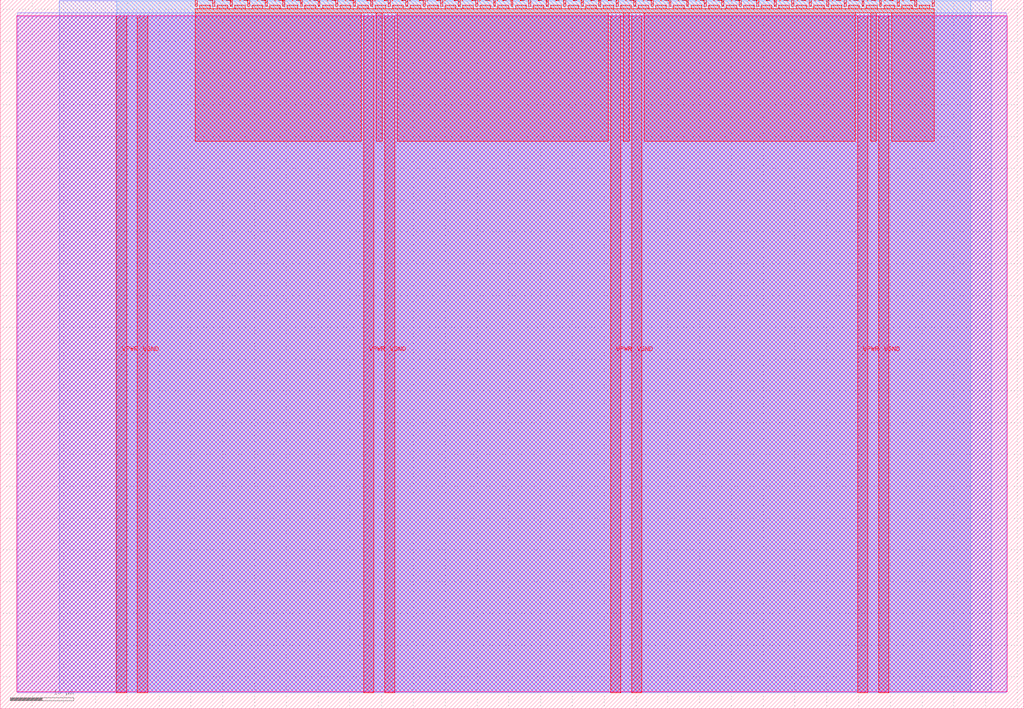
<source format=lef>
VERSION 5.7 ;
  NOWIREEXTENSIONATPIN ON ;
  DIVIDERCHAR "/" ;
  BUSBITCHARS "[]" ;
MACRO tt_um_adpll
  CLASS BLOCK ;
  FOREIGN tt_um_adpll ;
  ORIGIN 0.000 0.000 ;
  SIZE 161.000 BY 111.520 ;
  PIN VGND
    DIRECTION INOUT ;
    USE GROUND ;
    PORT
      LAYER met4 ;
        RECT 21.580 2.480 23.180 109.040 ;
    END
    PORT
      LAYER met4 ;
        RECT 60.450 2.480 62.050 109.040 ;
    END
    PORT
      LAYER met4 ;
        RECT 99.320 2.480 100.920 109.040 ;
    END
    PORT
      LAYER met4 ;
        RECT 138.190 2.480 139.790 109.040 ;
    END
  END VGND
  PIN VPWR
    DIRECTION INOUT ;
    USE POWER ;
    PORT
      LAYER met4 ;
        RECT 18.280 2.480 19.880 109.040 ;
    END
    PORT
      LAYER met4 ;
        RECT 57.150 2.480 58.750 109.040 ;
    END
    PORT
      LAYER met4 ;
        RECT 96.020 2.480 97.620 109.040 ;
    END
    PORT
      LAYER met4 ;
        RECT 134.890 2.480 136.490 109.040 ;
    END
  END VPWR
  PIN clk
    DIRECTION INPUT ;
    USE SIGNAL ;
    ANTENNAGATEAREA 0.852000 ;
    PORT
      LAYER met4 ;
        RECT 143.830 110.520 144.130 111.520 ;
    END
  END clk
  PIN ena
    DIRECTION INPUT ;
    USE SIGNAL ;
    ANTENNAGATEAREA 0.213000 ;
    PORT
      LAYER met4 ;
        RECT 146.590 110.520 146.890 111.520 ;
    END
  END ena
  PIN rst_n
    DIRECTION INPUT ;
    USE SIGNAL ;
    ANTENNAGATEAREA 0.196500 ;
    PORT
      LAYER met4 ;
        RECT 141.070 110.520 141.370 111.520 ;
    END
  END rst_n
  PIN ui_in[0]
    DIRECTION INPUT ;
    USE SIGNAL ;
    ANTENNAGATEAREA 0.196500 ;
    PORT
      LAYER met4 ;
        RECT 138.310 110.520 138.610 111.520 ;
    END
  END ui_in[0]
  PIN ui_in[1]
    DIRECTION INPUT ;
    USE SIGNAL ;
    ANTENNAGATEAREA 0.196500 ;
    PORT
      LAYER met4 ;
        RECT 135.550 110.520 135.850 111.520 ;
    END
  END ui_in[1]
  PIN ui_in[2]
    DIRECTION INPUT ;
    USE SIGNAL ;
    ANTENNAGATEAREA 0.196500 ;
    PORT
      LAYER met4 ;
        RECT 132.790 110.520 133.090 111.520 ;
    END
  END ui_in[2]
  PIN ui_in[3]
    DIRECTION INPUT ;
    USE SIGNAL ;
    ANTENNAGATEAREA 0.196500 ;
    PORT
      LAYER met4 ;
        RECT 130.030 110.520 130.330 111.520 ;
    END
  END ui_in[3]
  PIN ui_in[4]
    DIRECTION INPUT ;
    USE SIGNAL ;
    ANTENNAGATEAREA 0.213000 ;
    PORT
      LAYER met4 ;
        RECT 127.270 110.520 127.570 111.520 ;
    END
  END ui_in[4]
  PIN ui_in[5]
    DIRECTION INPUT ;
    USE SIGNAL ;
    ANTENNAGATEAREA 0.196500 ;
    PORT
      LAYER met4 ;
        RECT 124.510 110.520 124.810 111.520 ;
    END
  END ui_in[5]
  PIN ui_in[6]
    DIRECTION INPUT ;
    USE SIGNAL ;
    ANTENNAGATEAREA 0.196500 ;
    PORT
      LAYER met4 ;
        RECT 121.750 110.520 122.050 111.520 ;
    END
  END ui_in[6]
  PIN ui_in[7]
    DIRECTION INPUT ;
    USE SIGNAL ;
    ANTENNAGATEAREA 0.196500 ;
    PORT
      LAYER met4 ;
        RECT 118.990 110.520 119.290 111.520 ;
    END
  END ui_in[7]
  PIN uio_in[0]
    DIRECTION INPUT ;
    USE SIGNAL ;
    ANTENNAGATEAREA 0.477000 ;
    PORT
      LAYER met4 ;
        RECT 116.230 110.520 116.530 111.520 ;
    END
  END uio_in[0]
  PIN uio_in[1]
    DIRECTION INPUT ;
    USE SIGNAL ;
    ANTENNAGATEAREA 0.318000 ;
    PORT
      LAYER met4 ;
        RECT 113.470 110.520 113.770 111.520 ;
    END
  END uio_in[1]
  PIN uio_in[2]
    DIRECTION INPUT ;
    USE SIGNAL ;
    ANTENNAGATEAREA 0.213000 ;
    PORT
      LAYER met4 ;
        RECT 110.710 110.520 111.010 111.520 ;
    END
  END uio_in[2]
  PIN uio_in[3]
    DIRECTION INPUT ;
    USE SIGNAL ;
    ANTENNAGATEAREA 0.213000 ;
    PORT
      LAYER met4 ;
        RECT 107.950 110.520 108.250 111.520 ;
    END
  END uio_in[3]
  PIN uio_in[4]
    DIRECTION INPUT ;
    USE SIGNAL ;
    ANTENNAGATEAREA 0.213000 ;
    PORT
      LAYER met4 ;
        RECT 105.190 110.520 105.490 111.520 ;
    END
  END uio_in[4]
  PIN uio_in[5]
    DIRECTION INPUT ;
    USE SIGNAL ;
    ANTENNAGATEAREA 0.213000 ;
    PORT
      LAYER met4 ;
        RECT 102.430 110.520 102.730 111.520 ;
    END
  END uio_in[5]
  PIN uio_in[6]
    DIRECTION INPUT ;
    USE SIGNAL ;
    ANTENNAGATEAREA 0.126000 ;
    PORT
      LAYER met4 ;
        RECT 99.670 110.520 99.970 111.520 ;
    END
  END uio_in[6]
  PIN uio_in[7]
    DIRECTION INPUT ;
    USE SIGNAL ;
    ANTENNAGATEAREA 0.196500 ;
    PORT
      LAYER met4 ;
        RECT 96.910 110.520 97.210 111.520 ;
    END
  END uio_in[7]
  PIN uio_oe[0]
    DIRECTION OUTPUT ;
    USE SIGNAL ;
    PORT
      LAYER met4 ;
        RECT 49.990 110.520 50.290 111.520 ;
    END
  END uio_oe[0]
  PIN uio_oe[1]
    DIRECTION OUTPUT ;
    USE SIGNAL ;
    PORT
      LAYER met4 ;
        RECT 47.230 110.520 47.530 111.520 ;
    END
  END uio_oe[1]
  PIN uio_oe[2]
    DIRECTION OUTPUT ;
    USE SIGNAL ;
    PORT
      LAYER met4 ;
        RECT 44.470 110.520 44.770 111.520 ;
    END
  END uio_oe[2]
  PIN uio_oe[3]
    DIRECTION OUTPUT ;
    USE SIGNAL ;
    PORT
      LAYER met4 ;
        RECT 41.710 110.520 42.010 111.520 ;
    END
  END uio_oe[3]
  PIN uio_oe[4]
    DIRECTION OUTPUT ;
    USE SIGNAL ;
    PORT
      LAYER met4 ;
        RECT 38.950 110.520 39.250 111.520 ;
    END
  END uio_oe[4]
  PIN uio_oe[5]
    DIRECTION OUTPUT ;
    USE SIGNAL ;
    PORT
      LAYER met4 ;
        RECT 36.190 110.520 36.490 111.520 ;
    END
  END uio_oe[5]
  PIN uio_oe[6]
    DIRECTION OUTPUT ;
    USE SIGNAL ;
    PORT
      LAYER met4 ;
        RECT 33.430 110.520 33.730 111.520 ;
    END
  END uio_oe[6]
  PIN uio_oe[7]
    DIRECTION OUTPUT ;
    USE SIGNAL ;
    PORT
      LAYER met4 ;
        RECT 30.670 110.520 30.970 111.520 ;
    END
  END uio_oe[7]
  PIN uio_out[0]
    DIRECTION OUTPUT ;
    USE SIGNAL ;
    ANTENNADIFFAREA 0.795200 ;
    PORT
      LAYER met4 ;
        RECT 72.070 110.520 72.370 111.520 ;
    END
  END uio_out[0]
  PIN uio_out[1]
    DIRECTION OUTPUT ;
    USE SIGNAL ;
    ANTENNADIFFAREA 0.795200 ;
    PORT
      LAYER met4 ;
        RECT 69.310 110.520 69.610 111.520 ;
    END
  END uio_out[1]
  PIN uio_out[2]
    DIRECTION OUTPUT ;
    USE SIGNAL ;
    ANTENNADIFFAREA 0.445500 ;
    PORT
      LAYER met4 ;
        RECT 66.550 110.520 66.850 111.520 ;
    END
  END uio_out[2]
  PIN uio_out[3]
    DIRECTION OUTPUT ;
    USE SIGNAL ;
    ANTENNADIFFAREA 0.445500 ;
    PORT
      LAYER met4 ;
        RECT 63.790 110.520 64.090 111.520 ;
    END
  END uio_out[3]
  PIN uio_out[4]
    DIRECTION OUTPUT ;
    USE SIGNAL ;
    ANTENNADIFFAREA 0.445500 ;
    PORT
      LAYER met4 ;
        RECT 61.030 110.520 61.330 111.520 ;
    END
  END uio_out[4]
  PIN uio_out[5]
    DIRECTION OUTPUT ;
    USE SIGNAL ;
    ANTENNADIFFAREA 0.445500 ;
    PORT
      LAYER met4 ;
        RECT 58.270 110.520 58.570 111.520 ;
    END
  END uio_out[5]
  PIN uio_out[6]
    DIRECTION OUTPUT ;
    USE SIGNAL ;
    ANTENNADIFFAREA 0.445500 ;
    PORT
      LAYER met4 ;
        RECT 55.510 110.520 55.810 111.520 ;
    END
  END uio_out[6]
  PIN uio_out[7]
    DIRECTION OUTPUT ;
    USE SIGNAL ;
    ANTENNADIFFAREA 0.795200 ;
    PORT
      LAYER met4 ;
        RECT 52.750 110.520 53.050 111.520 ;
    END
  END uio_out[7]
  PIN uo_out[0]
    DIRECTION OUTPUT ;
    USE SIGNAL ;
    ANTENNADIFFAREA 0.891000 ;
    PORT
      LAYER met4 ;
        RECT 94.150 110.520 94.450 111.520 ;
    END
  END uo_out[0]
  PIN uo_out[1]
    DIRECTION OUTPUT ;
    USE SIGNAL ;
    ANTENNADIFFAREA 0.462000 ;
    PORT
      LAYER met4 ;
        RECT 91.390 110.520 91.690 111.520 ;
    END
  END uo_out[1]
  PIN uo_out[2]
    DIRECTION OUTPUT ;
    USE SIGNAL ;
    ANTENNADIFFAREA 1.443500 ;
    PORT
      LAYER met4 ;
        RECT 88.630 110.520 88.930 111.520 ;
    END
  END uo_out[2]
  PIN uo_out[3]
    DIRECTION OUTPUT ;
    USE SIGNAL ;
    ANTENNADIFFAREA 1.288000 ;
    PORT
      LAYER met4 ;
        RECT 85.870 110.520 86.170 111.520 ;
    END
  END uo_out[3]
  PIN uo_out[4]
    DIRECTION OUTPUT ;
    USE SIGNAL ;
    ANTENNADIFFAREA 0.462000 ;
    PORT
      LAYER met4 ;
        RECT 83.110 110.520 83.410 111.520 ;
    END
  END uo_out[4]
  PIN uo_out[5]
    DIRECTION OUTPUT ;
    USE SIGNAL ;
    ANTENNADIFFAREA 0.445500 ;
    PORT
      LAYER met4 ;
        RECT 80.350 110.520 80.650 111.520 ;
    END
  END uo_out[5]
  PIN uo_out[6]
    DIRECTION OUTPUT ;
    USE SIGNAL ;
    ANTENNADIFFAREA 0.445500 ;
    PORT
      LAYER met4 ;
        RECT 77.590 110.520 77.890 111.520 ;
    END
  END uo_out[6]
  PIN uo_out[7]
    DIRECTION OUTPUT ;
    USE SIGNAL ;
    ANTENNADIFFAREA 0.445500 ;
    PORT
      LAYER met4 ;
        RECT 74.830 110.520 75.130 111.520 ;
    END
  END uo_out[7]
  OBS
      LAYER nwell ;
        RECT 2.570 2.635 158.430 108.990 ;
      LAYER li1 ;
        RECT 2.760 2.635 158.240 108.885 ;
      LAYER met1 ;
        RECT 2.760 2.480 158.240 109.440 ;
      LAYER met2 ;
        RECT 9.300 2.535 155.840 111.365 ;
      LAYER met3 ;
        RECT 18.290 2.555 152.655 111.345 ;
      LAYER met4 ;
        RECT 31.370 110.120 33.030 110.665 ;
        RECT 34.130 110.120 35.790 110.665 ;
        RECT 36.890 110.120 38.550 110.665 ;
        RECT 39.650 110.120 41.310 110.665 ;
        RECT 42.410 110.120 44.070 110.665 ;
        RECT 45.170 110.120 46.830 110.665 ;
        RECT 47.930 110.120 49.590 110.665 ;
        RECT 50.690 110.120 52.350 110.665 ;
        RECT 53.450 110.120 55.110 110.665 ;
        RECT 56.210 110.120 57.870 110.665 ;
        RECT 58.970 110.120 60.630 110.665 ;
        RECT 61.730 110.120 63.390 110.665 ;
        RECT 64.490 110.120 66.150 110.665 ;
        RECT 67.250 110.120 68.910 110.665 ;
        RECT 70.010 110.120 71.670 110.665 ;
        RECT 72.770 110.120 74.430 110.665 ;
        RECT 75.530 110.120 77.190 110.665 ;
        RECT 78.290 110.120 79.950 110.665 ;
        RECT 81.050 110.120 82.710 110.665 ;
        RECT 83.810 110.120 85.470 110.665 ;
        RECT 86.570 110.120 88.230 110.665 ;
        RECT 89.330 110.120 90.990 110.665 ;
        RECT 92.090 110.120 93.750 110.665 ;
        RECT 94.850 110.120 96.510 110.665 ;
        RECT 97.610 110.120 99.270 110.665 ;
        RECT 100.370 110.120 102.030 110.665 ;
        RECT 103.130 110.120 104.790 110.665 ;
        RECT 105.890 110.120 107.550 110.665 ;
        RECT 108.650 110.120 110.310 110.665 ;
        RECT 111.410 110.120 113.070 110.665 ;
        RECT 114.170 110.120 115.830 110.665 ;
        RECT 116.930 110.120 118.590 110.665 ;
        RECT 119.690 110.120 121.350 110.665 ;
        RECT 122.450 110.120 124.110 110.665 ;
        RECT 125.210 110.120 126.870 110.665 ;
        RECT 127.970 110.120 129.630 110.665 ;
        RECT 130.730 110.120 132.390 110.665 ;
        RECT 133.490 110.120 135.150 110.665 ;
        RECT 136.250 110.120 137.910 110.665 ;
        RECT 139.010 110.120 140.670 110.665 ;
        RECT 141.770 110.120 143.430 110.665 ;
        RECT 144.530 110.120 146.190 110.665 ;
        RECT 30.655 109.440 146.905 110.120 ;
        RECT 30.655 89.255 56.750 109.440 ;
        RECT 59.150 89.255 60.050 109.440 ;
        RECT 62.450 89.255 95.620 109.440 ;
        RECT 98.020 89.255 98.920 109.440 ;
        RECT 101.320 89.255 134.490 109.440 ;
        RECT 136.890 89.255 137.790 109.440 ;
        RECT 140.190 89.255 146.905 109.440 ;
  END
END tt_um_adpll
END LIBRARY


</source>
